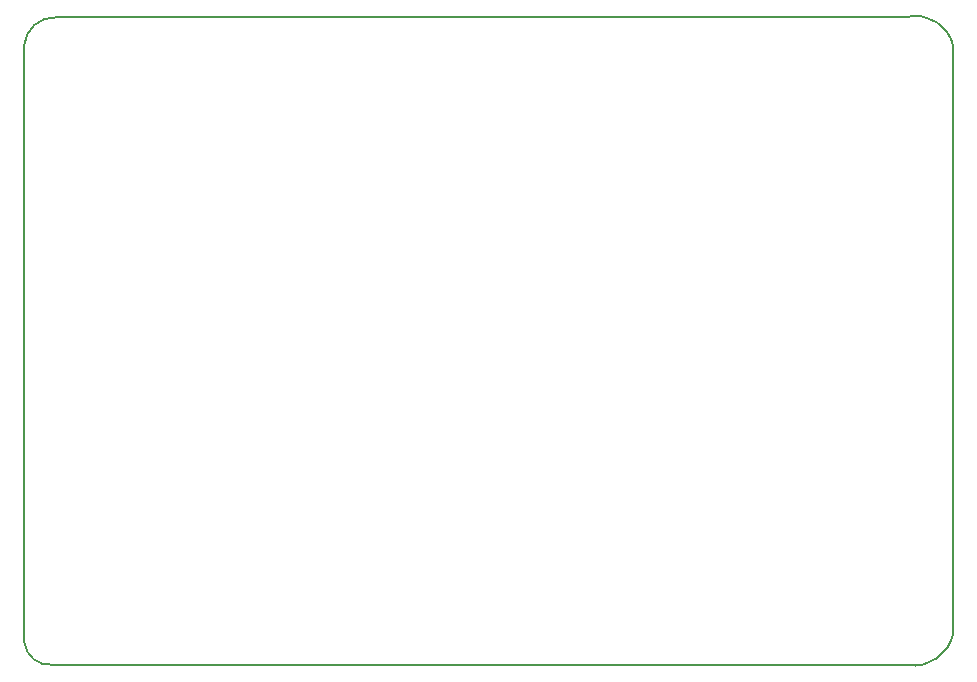
<source format=gbr>
%FSLAX23Y23*%
%MOIN*%
G04 EasyPC Gerber Version 15.0.4 Build 3016 *
%ADD16C,0.00500*%
X0Y0D02*
D02*
D16*
X3Y80D02*
G75*
G03X95Y4I84J9D01*
G01*
X2947*
G75*
G03X3100Y113I22J131*
G01*
X3100Y2065*
G75*
G03X2948Y2164I-126J-26*
G01*
X110Y2163*
G75*
G03X3Y2067I-6J-102*
G01*
Y80*
X0Y0D02*
M02*

</source>
